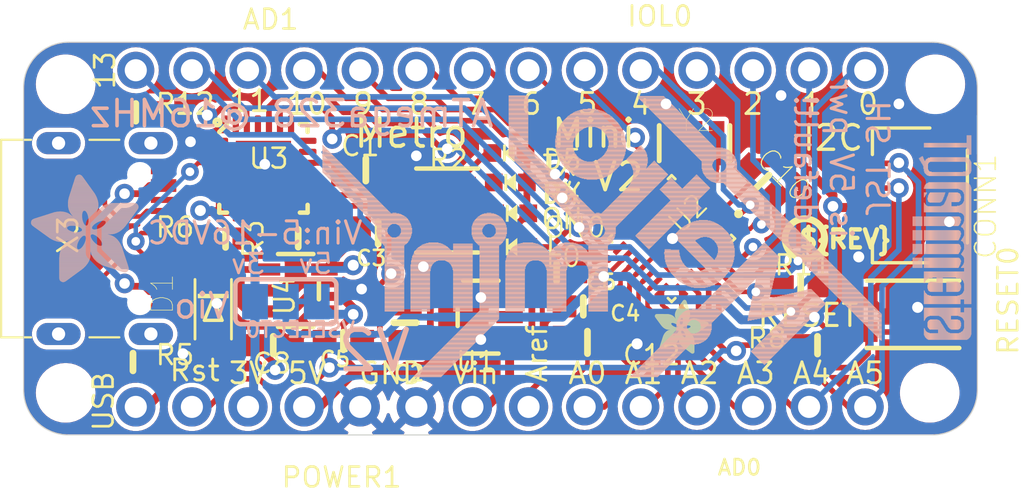
<source format=kicad_pcb>
(kicad_pcb (version 20221018) (generator pcbnew)
  (layers (0 "F.Cu" signal) (31 "B.Cu" signal) (34 "B.Paste" user) (35 "F.Paste" user) (36 "B.SilkS" user "B.Silkscreen") (37 "F.SilkS" user "F.Silkscreen") (38 "B.Mask" user) (39 "F.Mask" user) (44 "Edge.Cuts" user))
  (net 0 "")
  (net 1 "+5V")
  (net 2 "GND")
  (net 3 "AREF")
  (net 4 "RESET")
  (net 5 "VIN")
  (net 6 "SCK")
  (net 7 "MOSI")
  (net 8 "SS")
  (net 9 "DTR")
  (net 10 "XTAL2")
  (net 11 "XTAL1")
  (net 12 "AD0")
  (net 13 "AD1")
  (net 14 "AD2")
  (net 15 "AD3")
  (net 16 "AD4/SDA")
  (net 17 "AD5/SCL")
  (net 18 "IO2")
  (net 19 "IO0")
  (net 20 "IO3")
  (net 21 "IO4")
  (net 22 "IO5")
  (net 23 "IO6")
  (net 24 "IO7")
  (net 25 "IO8")
  (net 26 "IO9")
  (net 27 "3.3V")
  (net 28 "RXD")
  (net 29 "TXD")
  (net 30 "VBUS")
  (net 31 "N$3")
  (net 32 "VCCIO")
  (net 33 "MISO")
  (net 34 "N$1")
  (net 35 "N$12")
  (net 36 "N$15")
  (net 37 "N$6")
  (net 38 "N$7")
  (net 39 "N$4")
  (net 40 "N$2")
  (net 41 "D+")
  (net 42 "D-")
  (net 43 "N$5")
  (net 44 "N$9")
  (net 45 "VBUS_DETECT")
  (footprint "working:SOD-123FL" (layer "F.Cu") (at 135.4963 108.204 -90)
    (fp_text reference "D1")
    (fp_text value "MBR120")
  )
  (footprint "working:1X06_ROUND" (layer "F.Cu") (at 158.6611 112.6236)
    (fp_text reference "AD0")
    (fp_text value "20609")
  )
  (footprint "" (layer "F.Cu") (at 167.9321 111.9886)
    (fp_text reference "@HOLE3" hide)
    (fp_text value "")
  )
  (footprint "working:0603-NO" (layer "F.Cu") (at 162.0901 107.1626)
    (fp_text reference "R11")
    (fp_text value "1K")
  )
  (footprint "working:0805-NO" (layer "F.Cu") (at 142.4051 101.8921)
    (fp_text reference "C1")
    (fp_text value "10uF")
  )
  (footprint "working:PCBFEAT-REV-040" (layer "F.Cu") (at 162.2806 105.0036)
    (fp_text reference "U$4" hide)
    (fp_text value "" hide)
  )
  (footprint "working:0805-NO" (layer "F.Cu") (at 144.1831 108.8136 -90)
    (fp_text reference "C2")
    (fp_text value "10uF")
  )
  (footprint "working:QFN24_4MM_SMSC" (layer "F.Cu") (at 137.7696 101.8286)
    (fp_text reference "U3")
    (fp_text value "CP210x")
  )
  (footprint "working:SOT23-5" (layer "F.Cu") (at 139.2301 107.3531 -90)
    (fp_text reference "U4")
    (fp_text value "AP2112K-3.3")
  )
  (footprint "" (layer "F.Cu") (at 168.1861 98.0186)
    (fp_text reference "@HOLE2" hide)
    (fp_text value "")
  )
  (footprint "working:RESPACK_4X0603" (layer "F.Cu") (at 146.0881 103.7336 -90)
    (fp_text reference "R2")
    (fp_text value "4.7K")
  )
  (footprint "" (layer "F.Cu") (at 128.8161 111.9886)
    (fp_text reference "@HOLE1" hide)
    (fp_text value "")
  )
  (footprint "working:0603-NO" (layer "F.Cu") (at 162.8521 109.8296)
    (fp_text reference "R8")
    (fp_text value "10K")
  )
  (footprint "working:0603-NO" (layer "F.Cu") (at 152.249468 108.073391)
    (fp_text reference "C4")
    (fp_text value "0.1uF")
  )
  (footprint "working:JST_SH4" (layer "F.Cu") (at 167.5511 103.0986 90)
    (fp_text reference "CONN1")
    (fp_text value "STEMMA_I2C_QT" hide)
  )
  (footprint "working:0805-NO" (layer "F.Cu") (at 152.4381 109.7026)
    (fp_text reference "C12")
    (fp_text value "10uF")
  )
  (footprint "working:0603-NO" (layer "F.Cu") (at 131.9911 99.2886 180)
    (fp_text reference "R1")
    (fp_text value "5.1K")
  )
  (footprint "working:QFN28_4MM_.45MM" (layer "F.Cu") (at 156.2481 105.0036 -135)
    (fp_text reference "U2")
    (fp_text value "ATMEGA328P")
  )
  (footprint "working:USB_C_CUSB31-CFM2AX-01-X" (layer "F.Cu") (at 129.7051 105.0036 -90)
    (fp_text reference "X3")
    (fp_text value "USB C")
  )
  (footprint "working:CHIPLED_0603_NOOUTLINE" (layer "F.Cu") (at 148.9456 102.4636 90)
    (fp_text reference "D4")
    (fp_text value "YELLOW")
  )
  (footprint "working:BTN_KMR2_4.6X2.8" (layer "F.Cu") (at 167.1701 108.4326)
    (fp_text reference "RESET0")
    (fp_text value "KMR2")
  )
  (footprint "working:0603-NO" (layer "F.Cu") (at 131.8641 110.5916 180)
    (fp_text reference "R5")
    (fp_text value "5.1K")
  )
  (footprint "" (layer "F.Cu") (at 128.8161 98.0186)
    (fp_text reference "@HOLE0" hide)
    (fp_text value "")
  )
  (footprint "working:1X06_ROUND" (layer "F.Cu") (at 138.3411 97.3836 180)
    (fp_text reference "AD1")
    (fp_text value "20609" hide)
  )
  (footprint "working:0603-NO" (layer "F.Cu") (at 138.2141 109.8296)
    (fp_text reference "C8")
    (fp_text value "0.1uF")
  )
  (footprint "working:0603-NO" (layer "F.Cu") (at 136.0551 105.0036 180)
    (fp_text reference "R6")
    (fp_text value "10K")
  )
  (footprint "working:ADAFRUIT_2.5MM" (layer "F.Cu") (at 155.4861 110.2106)
    (fp_text reference "U$5" hide)
    (fp_text value "" hide)
  )
  (footprint "working:FIDUCIAL_1MM" (layer "F.Cu") (at 128.6891 102.5906)
    (fp_text reference "FD1" hide)
    (fp_text value "FIDUCIAL_1MM" hide)
  )
  (footprint "working:CHIPLED_0603_NOOUTLINE" (layer "F.Cu") (at 149.0091 103.8606 90)
    (fp_text reference "ON0")
    (fp_text value "GREEN")
  )
  (footprint "working:0603-NO" (layer "F.Cu") (at 151.0411 106.5276)
    (fp_text reference "C6")
    (fp_text value "0.1uF")
  )
  (footprint "working:0603-NO" (layer "F.Cu") (at 160.371081 102.417379 135)
    (fp_text reference "C10")
    (fp_text value "0.1uF")
  )
  (footprint "working:FIDUCIAL_1MM" (layer "F.Cu") (at 168.9481 102.5906)
    (fp_text reference "FD2" hide)
    (fp_text value "FIDUCIAL_1MM" hide)
  )
  (footprint "working:CHIPLED_0603_NOOUTLINE" (layer "F.Cu") (at 149.0091 105.3846 90)
    (fp_text reference "L0")
    (fp_text value "RED")
  )
  (footprint "working:RESONATOR" (layer "F.Cu") (at 157.285887 100.6856)
    (fp_text reference "Y2")
    (fp_text value "CSTCE16M0V53-R0 16MHZ")
  )
  (footprint "working:1X08_ROUND_70" (layer "F.Cu") (at 140.8811 112.6236)
    (fp_text reference "POWER1")
    (fp_text value "20610" hide)
  )
  (footprint "working:1X08_ROUND" (layer "F.Cu") (at 156.1211 97.3836)
    (fp_text reference "IOL0")
    (fp_text value "20610" hide)
  )
  (footprint "working:SOT23-5" (layer "F.Cu") (at 147.6121 108.5596 90)
    (fp_text reference "U1")
    (fp_text value "MIC5225-5.0")
  )
  (footprint "working:0603-NO" (layer "F.Cu") (at 139.3444 104.9909 180)
    (fp_text reference "R3")
    (fp_text value "22K")
  )
  (footprint "working:CHIPLED_0603_NOOUTLINE" (layer "F.Cu") (at 148.8821 101.1301 90)
    (fp_text reference "D5")
    (fp_text value "YELLOW")
  )
  (footprint "working:0805-NO" (layer "F.Cu") (at 142.9639 104.7496 180)
    (fp_text reference "C3")
    (fp_text value "10uF")
  )
  (footprint "working:0603-NO" (layer "F.Cu") (at 141.3891 109.6391 180)
    (fp_text reference "C5")
    (fp_text value "0.1uF")
  )
  (footprint "working:ADAFRUIT_5MM" (layer "B.Cu") (at 132.1181 106.9721 180)
    (fp_text reference "U$10" hide)
    (fp_text value "" hide)
  )
  (footprint "working:STEMMAQT" (layer "B.Cu") (at 167.1701 109.5756 90)
    (fp_text reference "U$6" hide)
    (fp_text value "" hide)
  )
  (footprint "working:METROMINI_SILK" (layer "B.Cu") (at 165.7731 111.2901 180)
    (fp_text reference "U$7" hide)
    (fp_text value "" hide)
  )
  (footprint "working:SOLDERJUMPER_2WAY_OPEN_NOPASTE" (layer "B.Cu") (at 138.7856 107.8611)
    (fp_text reference "VSELECT0")
    (fp_text value "")
  )
  (gr_line (start 128.9431 113.8936) (end 168.0591 113.8936) (stroke (width 0.05)) (layer "Edge.Cuts"))
  (gr_arc (start 170.0911 111.8616) (mid 169.495941 113.298441) (end 168.0591 113.8936) (stroke (width 0.05)) (layer "Edge.Cuts"))
  (gr_arc (start 128.9431 113.8936) (mid 127.506259 113.298441) (end 126.9111 111.8616) (stroke (width 0.05)) (layer "Edge.Cuts"))
  (gr_line (start 126.9111 98.1456) (end 126.9111 111.8616) (stroke (width 0.05)) (layer "Edge.Cuts"))
  (gr_line (start 168.0591 96.1136) (end 128.9431 96.1136) (stroke (width 0.05)) (layer "Edge.Cuts"))
  (gr_line (start 170.0911 111.8616) (end 170.0911 98.1456) (stroke (width 0.05)) (layer "Edge.Cuts"))
  (gr_arc (start 126.9111 98.1456) (mid 127.506259 96.708759) (end 128.9431 96.1136) (stroke (width 0.05)) (layer "Edge.Cuts"))
  (gr_arc (start 168.0591 96.1136) (mid 169.495941 96.708759) (end 170.0911 98.1456) (stroke (width 0.05)) (layer "Edge.Cuts"))
  (gr_text "3v" (at 137.0711 106.1466) (layer "B.SilkS") (effects (font (size 0.89408 0.89408) (thickness 0.12192)) (justify mirror)))
  (gr_text "V2" (at 142.7861 110.0836) (layer "B.SilkS") (effects (font (size 1.78816 1.78816) (thickness 0.24384)) (justify mirror)))
  (gr_text "Vio" (at 134.9756 108.0516) (layer "B.SilkS") (effects (font (size 1.1176 1.1176) (thickness 0.1524)) (justify mirror)))
  (gr_text "ATmega328 @16MHz" (at 139.0396 99.3521) (layer "B.SilkS") (effects (font (size 1.184656 1.184656) (thickness 0.161544)) (justify mirror)))
  (gr_text "5v" (at 140.1191 106.1466) (layer "B.SilkS") (effects (font (size 0.89408 0.89408) (thickness 0.12192)) (justify mirror)))
  (gr_text "JST SH\nis 5V pwr\ndefault!" (at 163.9316 101.3841 -90) (layer "B.SilkS") (effects (font (size 1.00584 1.00584) (thickness 0.13716)) (justify mirror)))
  (gr_text "Vin:5-16VDC" (at 137.3886 104.7496) (layer "B.SilkS") (effects (font (size 1.00584 1.00584) (thickness 0.13716)) (justify mirror)))
  (gr_text "Rst" (at 134.6581 110.9726) (layer "F.SilkS") (effects (font (size 0.94996 0.94996) (thickness 0.12954))))
  (gr_text "2" (at 159.9311 98.9076) (layer "F.SilkS") (effects (font (size 0.94996 0.94996) (thickness 0.12954))))
  (gr_text "6" (at 149.8981 98.9076) (layer "F.SilkS") (effects (font (size 0.94996 0.94996) (thickness 0.12954))))
  (gr_text "1" (at 162.5981 98.9076) (layer "F.SilkS") (effects (font (size 0.94996 0.94996) (thickness 0.12954))))
  (gr_text "Aref" (at 150.1521 110.2106 90) (layer "F.SilkS") (effects (font (size 0.89408 0.89408) (thickness 0.12192))))
  (gr_text "Metro    Mini" (at 148.2471 100.2411) (layer "F.SilkS") (effects (font (size 1.251712 1.251712) (thickness 0.170688))))
  (gr_text "9" (at 142.2781 98.9076) (layer "F.SilkS") (effects (font (size 0.94996 0.94996) (thickness 0.12954))))
  (gr_text "10" (at 139.7381 98.9076) (layer "F.SilkS") (effects (font (size 0.94996 0.94996) (thickness 0.12954))))
  (gr_text "5V" (at 139.7381 111.0996) (layer "F.SilkS") (effects (font (size 0.94996 0.94996) (thickness 0.12954))))
  (gr_text "A3" (at 160.0581 111.0996) (layer "F.SilkS") (effects (font (size 0.94996 0.94996) (thickness 0.12954))))
  (gr_text "A4" (at 162.5981 111.0996) (layer "F.SilkS") (effects (font (size 0.94996 0.94996) (thickness 0.12954))))
  (gr_text "Vin" (at 147.3581 111.0996) (layer "F.SilkS") (effects (font (size 0.94996 0.94996) (thickness 0.12954))))
  (gr_text "A1" (at 154.9781 111.0996) (layer "F.SilkS") (effects (font (size 0.94996 0.94996) (thickness 0.12954))))
  (gr_text "RESET" (at 160.0581 109.0676) (layer "F.SilkS") (effects (font (size 1.00584 1.00584) (thickness 0.13716)) (justify left bottom)))
  (gr_text "A0" (at 152.4381 111.0996) (layer "F.SilkS") (effects (font (size 0.94996 0.94996) (thickness 0.12954))))
  (gr_text "USB" (at 130.5306 112.3696 90) (layer "F.SilkS") (effects (font (size 0.89408 0.89408) (thickness 0.12192))))
  (gr_text "12" (at 134.6581 98.9076) (layer "F.SilkS") (effects (font (size 0.94996 0.94996) (thickness 0.12954))))
  (gr_text "ON" (at 151.2951 104.1146) (layer "F.SilkS") (effects (font (size 0.89408 0.89408) (thickness 0.12192))))
  (gr_text "A5" (at 165.0111 111.0996) (layer "F.SilkS") (effects (font (size 0.94996 0.94996) (thickness 0.12954))))
  (gr_text "0" (at 165.1381 98.9076) (layer "F.SilkS") (effects (font (size 0.94996 0.94996) (thickness 0.12954))))
  (gr_text "13" (at 130.5941 97.3836 90) (layer "F.SilkS") (effects (font (size 0.89408 0.89408) (thickness 0.12192))))
  (gr_text "RX" (at 151.2951 102.9716) (layer "F.SilkS") (effects (font (size 0.89408 0.89408) (thickness 0.12192))))
  (gr_text "3" (at 157.3911 98.9076) (layer "F.SilkS") (effects (font (size 0.94996 0.94996) (thickness 0.12954))))
  (gr_text "I2C" (at 165.0111 99.7966) (layer "F.SilkS") (effects (font (size 1.1176 1.1176) (thickness 0.1524)) (justify right top)))
  (gr_text "7" (at 147.3581 98.9076) (layer "F.SilkS") (effects (font (size 0.94996 0.94996) (thickness 0.12954))))
  (gr_text "11" (at 137.1346 98.7806) (layer "F.SilkS") (effects (font (size 0.94996 0.94996) (thickness 0.12954))))
  (gr_text "8" (at 144.8181 98.9076) (layer "F.SilkS") (effects (font (size 0.94996 0.94996) (thickness 0.12954))))
  (gr_text "4" (at 154.8511 98.9076) (layer "F.SilkS") (effects (font (size 0.94996 0.94996) (thickness 0.12954))))
  (gr_text "GND" (at 143.5481 111.0996) (layer "F.SilkS") (effects (font (size 0.94996 0.94996) (thickness 0.12954))))
  (gr_text "A2" (at 157.5181 111.0996) (layer "F.SilkS") (effects (font (size 0.94996 0.94996) (thickness 0.12954))))
  (gr_text "5" (at 152.4381 98.9076) (layer "F.SilkS") (effects (font (size 0.94996 0.94996) (thickness 0.12954))))
  (gr_text "TX" (at 151.1681 101.7016) (layer "F.SilkS") (effects (font (size 0.89408 0.89408) (thickness 0.12192))))
  (gr_text "V2" (at 153.8351 102.2096) (layer "F.SilkS") (effects (font (size 1.251712 1.251712) (thickness 0.170688))))
  (gr_text "L" (at 150.9141 105.3211) (layer "F.SilkS") (effects (font (size 0.89408 0.89408) (thickness 0.12192))))
  (gr_text "3V" (at 137.0711 111.0996) (layer "F.SilkS") (effects (font (size 0.94996 0.94996) (thickness 0.12954))))
  (segment (start 141.3891 108.8771) (end 141.3891 110.3376) (width 0.2032) (layer "F.Cu") (net 1))
  (segment (start 141.8336 111.0996) (end 142.1511 111.0996) (width 0.4064) (layer "F.Cu") (net 1))
  (segment (start 149.6956 101.1936) (end 149.6956 102.4636) (width 0.3048) (layer "F.Cu") (net 1))
  (segment (start 136.76035 106.53435) (end 136.7282 106.5665) (width 0.3048) (layer "F.Cu") (net 1))
  (segment (start 141.8336 108.156763) (end 141.8336 108.4326) (width 0.4064) (layer "F.Cu") (net 1))
  (segment (start 144.1831 109.9541) (end 144.1831 109.7636) (width 0.4064) (layer "F.Cu") (net 1))
  (segment (start 139.080462 108.3031) (end 137.93 108.3031) (width 0.4064) (layer "F.Cu") (net 1))
  (segment (start 136.7282 106.5665) (end 135.4963 106.5665) (width 0.3048) (layer "F.Cu") (net 1))
  (segment (start 142.1511 111.0996) (end 143.0376 111.0996) (width 0.4064) (layer "F.Cu") (net 1))
  (segment (start 141.8336 111.0996) (end 140.3096 112.6236) (width 0.4064) (layer "F.Cu") (net 1))
  (segment (start 139.761862 107.6217) (end 139.080462 108.3031) (width 0.4064) (layer "F.Cu") (net 1))
  (segment (start 141.298537 107.6217) (end 141.8336 108.156763) (width 0.4064) (layer "F.Cu") (net 1))
  (segment (start 139.6111 112.6236) (end 140.3096 112.6236) (width 0.4064) (layer "F.Cu") (net 1))
  (segment (start 144.1831 109.9541) (end 143.0376 111.0996) (width 0.4064) (layer "F.Cu") (net 1))
  (segment (start 137.93 108.3031) (end 137.094 108.3031) (width 0.4064) (layer "F.Cu") (net 1))
  (segment (start 145.3261 107.1626) (end 145.3261 109.5096) (width 0.3048) (layer "F.Cu") (net 1))
  (segment (start 137.094 108.3031) (end 136.7155 107.9246) (width 0.4064) (layer "F.Cu") (net 1))
  (segment (start 149.6321 101.1301) (end 149.6956 101.1936) (width 0.3048) (layer "F.Cu") (net 1))
  (segment (start 137.93 106.4031) (end 136.8916 106.4031) (width 0.3048) (layer "F.Cu") (net 1))
  (segment (start 142.1511 111.0996) (end 141.3891 110.3376) (width 0.254) (layer "F.Cu") (net 1))
  (segment (start 141.8336 108.4326) (end 141.3891 108.8771) (width 0.3048) (layer "F.Cu") (net 1))
  (segment (start 136.7155 106.5792) (end 136.76035 106.53435) (width 0.4064) (layer "F.Cu") (net 1))
  (segment (start 149.6956 102.4636) (end 149.6956 103.7971) (width 0.3048) (layer "F.Cu") (net 1))
  (segment (start 145.3261 109.5096) (end 146.312 109.5096) (width 0.4064) (layer "F.Cu") (net 1))
  (segment (start 146.3421 106.1466) (end 145.3261 107.1626) (width 0.3048) (layer "F.Cu") (net 1))
  (segment (start 136.8916 106.4031) (end 136.76035 106.53435) (width 0.3048) (layer "F.Cu") (net 1))
  (segment (start 149.6956 103.7971) (end 149.7591 103.8606) (width 0.3048) (layer "F.Cu") (net 1))
  (segment (start 148.9456 106.1466) (end 146.3421 106.1466) (width 0.3048) (layer "F.Cu") (net 1))
  (segment (start 139.761862 107.6217) (end 141.298537 107.6217) (width 0.4064) (layer "F.Cu") (net 1))
  (segment (start 149.0091 106.0831) (end 148.9456 106.1466) (width 0.3048) (layer "F.Cu") (net 1))
  (segment (start 144.1831 109.7636) (end 144.4371 109.5096) (width 0.4064) (layer "F.Cu") (net 1))
  (segment (start 144.4371 109.5096) (end 145.3261 109.5096) (width 0.4064) (layer "F.Cu") (net 1))
  (segment (start 149.0091 104.6106) (end 149.0091 106.0831) (width 0.254) (layer "F.Cu") (net 1))
  (segment (start 149.7591 103.8606) (end 149.0091 104.6106) (width 0.3048) (layer "F.Cu") (net 1))
  (segment (start 136.7155 107.9246) (end 136.7155 106.5792) (width 0.4064) (layer "F.Cu") (net 1))
  (via (at 141.8336 108.4326) (size 0.889) (drill 0.4826) (layers "F.Cu" "B.Cu") (net 1))
  (segment (start 140.8176 108.4326) (end 141.8336 108.4326) (width 0.4064) (layer "B.Cu") (net 1))
  (segment (start 140.8176 108.4326) (end 140.2461 107.8611) (width 0.4064) (layer "B.Cu") (net 1))
  (segment (start 140.2461 107.8611) (end 140.1826 107.8611) (width 0.4064) (layer "B.Cu") (net 1))
  (segment (start 138.5951 107.3531) (end 139.3816 106.5666) (width 0.4064) (layer "F.Cu") (net 2))
  (segment (start 142.2146 107.044763) (end 142.2146 107.2896) (width 0.4064) (layer "F.Cu") (net 2))
  (segment (start 137.0196 101.0786) (end 137.7696 101.8286) (width 0.3048) (layer "F.Cu") (net 2))
  (segment (start 133.2501 108.2036) (end 133.6671 108.2036) (width 0.4064) (layer "F.Cu") (net 2))
  (segment (start 154.3431 106.9086) (end 154.3431 109.427204) (width 0.2032) (layer "F.Cu") (net 2))
  (segment (start 133.6671 108.2036) (end 134.2009 108.7374) (width 0.4064) (layer "F.Cu") (net 2))
  (segment (start 154.3431 109.427204) (end 154.685021 109.769125) (width 0.3048) (layer "F.Cu") (net 2))
  (segment (start 150.161768 106.556932) (end 149.8591 106.5666) (width 0.4064) (layer "F.Cu") (net 2))
  (segment (start 157.637562 103.614138) (end 156.2481 105.0036) (width 0.2032) (layer "F.Cu") (net 2))
  (segment (start 133.4097 101.644) (end 133.626912 101.644) (width 0.4064) (layer "F.Cu") (net 2))
  (segment (start 136.7235 108.974) (end 135.6868 107.9373) (width 0.3048) (layer "F.Cu") (net 2))
  (segment (start 135.6868 107.9373) (end 135.6614 107.9373) (width 0.3048) (layer "F.Cu") (net 2))
  (segment (start 154.858634 106.393066) (end 156.2481 105.0036) (width 0.2032) (layer "F.Cu") (net 2))
  (segment (start 142.6932 106.566163) (end 142.2146 107.044763) (width 0.4064) (layer "F.Cu") (net 2))
  (segment (start 134.4676 100.803313) (end 134.4676 100.6221) (width 0.4064) (layer "F.Cu") (net 2))
  (segment (start 138.078993 109.0041) (end 138.048893 108.974) (width 0.3048) (layer "F.Cu") (net 2))
  (segment (start 134.2009 108.7374) (end 134.2009 110.1344) (width 0.4064) (layer "F.Cu") (net 2))
  (segment (start 135.7696 101.0786) (end 137.0196 101.0786) (width 0.3048) (layer "F.Cu") (net 2))
  (segment (start 154.858634 106.393066) (end 154.3431 106.9086) (width 0.2032) (layer "F.Cu") (net 2))
  (segment (start 144.1831 107.8636) (end 144.1831 107.0991) (width 0.3048) (layer "F.Cu") (net 2))
  (segment (start 139.3816 105.8037) (end 140.1944 104.9909) (width 0.4064) (layer "F.Cu") (net 2))
  (segment (start 142.6932 106.176) (end 142.6932 106.566163) (width 0.4064) (layer "F.Cu") (net 2))
  (segment (start 133.626912 101.644) (end 134.4676 100.803313) (width 0.4064) (layer "F.Cu") (net 2))
  (segment (start 144.1831 107.0991) (end 145.0086 106.2736) (width 0.3048) (layer "F.Cu") (net 2))
  (segment (start 134.2009 110.1344) (end 134.1247 110.2106) (width 0.4064) (layer "F.Cu") (net 2))
  (segment (start 138.048893 108.974) (end 136.7235 108.974) (width 0.3048) (layer "F.Cu") (net 2))
  (segment (start 139.0641 109.8296) (end 138.2386 109.0041) (width 0.3048) (layer "F.Cu") (net 2))
  (segment (start 139.3816 105.8037) (end 139.3816 106.5666) (width 0.4064) (layer "F.Cu") (net 2))
  (segment (start 138.2386 109.0041) (end 138.078993 109.0041) (width 0.3048) (layer "F.Cu") (net 2))
  (segment (start 133.2501 101.8036) (end 133.4097 101.644) (width 0.4064) (layer "F.Cu") (net 2))
  (segment (start 135.7696 101.0786) (end 135.1146 101.0786) (width 0.3048) (layer "F.Cu") (net 2))
  (segment (start 143.9139 104.9553) (end 142.6932 106.176) (width 0.4064) (layer "F.Cu") (net 2))
  (segment (start 137.93 107.3531) (end 138.5951 107.3531) (width 0.4064) (layer "F.Cu") (net 2))
  (segment (start 150.161768 106.556932) (end 150.1911 106.5276) (width 0.4064) (layer "F.Cu") (net 2))
  (segment (start 143.9139 104.7496) (end 143.9139 104.9553) (width 0.4064) (layer "F.Cu") (net 2))
  (via (at 156.287178 105.000575) (size 0.9064) (drill 0.5) (layers "F.Cu" "B.Cu") (net 2))
  (via (at 167.385021 108.118125) (size 0.9064) (drill 0.5) (layers "F.Cu" "B.Cu") (net 2))
  (via (at 147.6121 107.6706) (size 0.889) (drill 0.4826) (layers "F.Cu" "B.Cu") (net 2))
  (via (at 154.685021 109.769125) (size 0.9064) (drill 0.5) (layers "F.Cu" "B.Cu") (net 2))
  (via (at 137.8331 101.6381) (size 0.889) (drill 0.4826) (layers "F.Cu" "B.Cu") (net 2))
  (via (at 155.9941 98.9076) (size 0.889) (drill 0.4826) (layers "F.Cu" "B.Cu") (net 2))
  (via (at 166.5351 98.9076) (size 0.889) (drill 0.4826) (layers "F.Cu" "B.Cu") (net 2))
  (via (at 142.2146 107.2896) (size 0.889) (drill 0.4826) (layers "F.Cu" "B.Cu") (net 2))
  (via (at 147.6121 109.5756) (size 0.889) (drill 0.4826) (layers "F.Cu" "B.Cu") (net 2))
  (via (at 144.6911 101.2571) (size 0.889) (drill 0.4826) (layers "F.Cu" "B.Cu") (net 2))
  (via (at 145.0086 106.2736) (size 0.889) (drill 0.4826) (layers "F.Cu" "B.Cu") (net 2))
  (via (at 164.718021 105.832125) (size 0.9064) (drill 0.5) (layers "F.Cu" "B.Cu") (net 2))
  (via (at 134.1247 110.2106) (size 0.889) (drill 0.4826) (layers "F.Cu" "B.Cu") (net 2))
  (via (at 168.8211 104.2416) (size 0.889) (drill 0.4826) (layers "F.Cu" "B.Cu") (net 2))
  (via (at 161.2011 98.5266) (size 0.889) (drill 0.4826) (layers "F.Cu" "B.Cu") (net 2))
  (via (at 135.6614 107.9373) (size 0.889) (drill 0.4826) (layers "F.Cu" "B.Cu") (net 2))
  (via (at 134.4676 100.6221) (size 0.889) (drill 0.4826) (layers "F.Cu" "B.Cu") (net 2))
  (segment (start 152.4381 108.8136) (end 152.4381 110.7186) (width 0.2032) (layer "F.Cu") (net 3))
  (segment (start 150.4061 111.3536) (end 149.7711 111.9886) (width 0.254) (layer "F.Cu") (net 3))
  (segment (start 154.540434 106.074869) (end 153.9367 106.678604) (width 0.2032) (layer "F.Cu") (net 3))
  (segment (start 149.7711 112.6236) (end 149.7711 111.9886) (width 0.254) (layer "F.Cu") (net 3))
  (segment (start 153.9367 107.082791) (end 153.099468 107.920022) (width 0.2032) (layer "F.Cu") (net 3))
  (segment (start 153.099468 108.073391) (end 153.099468 107.920022) (width 0.2032) (layer "F.Cu") (net 3))
  (segment (start 153.9367 106.678604) (end 153.9367 107.082791) (width 0.2032) (layer "F.Cu") (net 3))
  (segment (start 151.8031 111.3536) (end 150.4061 111.3536) (width 0.254) (layer "F.Cu") (net 3))
  (segment (start 152.4381 108.73476) (end 153.099468 108.073391) (width 0.254) (layer "F.Cu") (net 3))
  (segment (start 152.3111 110.8456) (end 151.8031 111.3536) (width 0.254) (layer "F.Cu") (net 3))
  (segment (start 152.4381 110.7186) (end 152.3111 110.8456) (width 0.2032) (layer "F.Cu") (net 3))
  (segment (start 152.4381 108.8136) (end 152.4381 108.73476) (width 0.254) (layer "F.Cu") (net 3))
  (segment (start 134.5311 112.6236) (end 135.2931 112.6236) (width 0.254) (layer "F.Cu") (net 4))
  (segment (start 139.106087 111.4044) (end 140.1953 111.4044) (width 0.254) (layer "F.Cu") (net 4))
  (segment (start 136.5631 111.3536) (end 137.5791 111.3536) (width 0.254) (layer "F.Cu") (net 4))
  (segment (start 157.637562 106.393066) (end 158.3817 107.137204) (width 0.2032) (layer "F.Cu") (net 4))
  (segment (start 165.1381 109.2506) (end 165.1201 109.2326) (width 0.254) (layer "F.Cu") (net 4))
  (segment (start 165.1201 109.2326) (end 169.2201 109.2326) (width 0.254) (layer "F.Cu") (net 4))
  (segment (start 159.1691 110.0836) (end 158.696962 110.0836) (width 0.254) (layer "F.Cu") (net 4))
  (segment (start 162.0021 110.6306) (end 162.2171 110.8456) (width 0.254) (layer "F.Cu") (net 4))
  (segment (start 164.5031 110.8456) (end 165.1381 110.2106) (width 0.254) (layer "F.Cu") (net 4))
  (segment (start 140.7541 110.8456) (end 140.1953 111.4044) (width 0.254) (layer "F.Cu") (net 4))
  (segment (start 140.5391 109.6391) (end 140.5391 110.6306) (width 0.254) (layer "F.Cu") (net 4))
  (segment (start 165.1381 110.2106) (end 165.1381 109.2506) (width 0.254) (layer "F.Cu") (net 4))
  (segment (start 162.0021 109.8296) (end 162.0021 110.6306) (width 0.254) (layer "F.Cu") (net 4))
  (segment (start 140.7541 110.8456) (end 140.5391 110.6306) (width 0.254) (layer "F.Cu") (net 4))
  (segment (start 162.2171 110.8456) (end 164.5031 110.8456) (width 0.254) (layer "F.Cu") (net 4))
  (segment (start 162.0021 109.8296) (end 159.4231 109.8296) (width 0.254) (layer "F.Cu") (net 4))
  (segment (start 159.1691 110.0836) (end 159.4231 109.8296) (width 0.254) (layer "F.Cu") (net 4))
  (segment (start 137.986993 111.761494) (end 138.748993 111.761494) (width 0.254) (layer "F.Cu") (net 4))
  (segment (start 158.696962 110.0836) (end 158.3817 109.768338) (width 0.254) (layer "F.Cu") (net 4))
  (segment (start 137.5791 111.3536) (end 137.986993 111.761494) (width 0.254) (layer "F.Cu") (net 4))
  (segment (start 135.2931 112.6236) (end 136.5631 111.3536) (width 0.254) (layer "F.Cu") (net 4))
  (segment (start 158.3817 107.137204) (end 158.3817 109.768338) (width 0.254) (layer "F.Cu") (net 4))
  (segment (start 138.748993 111.761494) (end 139.106087 111.4044) (width 0.254) (layer "F.Cu") (net 4))
  (via (at 140.7541 110.8456) (size 0.889) (drill 0.4826) (layers "F.Cu" "B.Cu") (net 4))
  (via (at 159.1691 110.0836) (size 0.889) (drill 0.4826) (layers "F.Cu" "B.Cu") (net 4))
  (segment (start 159.1691 110.0836) (end 158.5341 110.0836) (width 0.254) (layer "B.Cu") (net 4))
  (segment (start 158.5341 110.0836) (end 157.7721 110.8456) (width 0.254) (layer "B.Cu") (net 4))
  (segment (start 140.7541 110.8456) (end 157.7721 110.8456) (width 0.254) (layer "B.Cu") (net 4))
  (segment (start 149.922481 108.075982) (end 149.922481 109.279982) (width 0.3048) (layer "F.Cu") (net 5))
  (segment (start 151.2951 109.5096) (end 151.4881 109.7026) (width 0.4064) (layer "F.Cu") (net 5))
  (segment (start 149.4561 107.6096) (end 149.922481 108.075982) (width 0.3048) (layer "F.Cu") (net 5))
  (segment (start 148.9122 109.5096) (end 150.1521 109.5096) (width 0.4064) (layer "F.Cu") (net 5))
  (segment (start 149.922481 109.279982) (end 150.1521 109.5096) (width 0.4064) (layer "F.Cu") (net 5))
  (segment (start 148.9122 107.6096) (end 149.4561 107.6096) (width 0.3048) (layer "F.Cu") (net 5))
  (segment (start 147.2311 112.6236) (end 147.8661 112.6236) (width 0.4064) (layer "F.Cu") (net 5))
  (segment (start 148.9122 111.5775) (end 147.8661 112.6236) (width 0.4064) (layer "F.Cu") (net 5))
  (segment (start 148.9122 111.5775) (end 148.9122 109.5096) (width 0.4064) (layer "F.Cu") (net 5))
  (segment (start 150.1521 109.5096) (end 151.2951 109.5096) (width 0.4064) (layer "F.Cu") (net 5))
  (segment (start 153.253968 105.438472) (end 152.311096 104.4956) (width 0.2032) (layer "F.Cu") (net 6))
  (segment (start 152.311096 104.4956) (end 152.0571 104.4956) (width 0.2032) (layer "F.Cu") (net 6))
  (segment (start 153.90404 105.438472) (end 153.253968 105.438472) (width 0.2032) (layer "F.Cu") (net 6))
  (segment (start 151.6761 104.4956) (end 150.7871 105.3846) (width 0.254) (layer "F.Cu") (net 6))
  (segment (start 152.0571 104.4956) (end 151.6761 104.4956) (width 0.254) (layer "F.Cu") (net 6))
  (segment (start 149.7591 105.3846) (end 150.7871 105.3846) (width 0.254) (layer "F.Cu") (net 6))
  (via (at 152.0571 104.4956) (size 0.889) (drill 0.4826) (layers "F.Cu" "B.Cu") (net 6))
  (segment (start 151.4856 104.4956) (end 146.5961 99.6061) (width 0.254) (layer "B.Cu") (net 6))
  (segment (start 133.1976 98.5901) (end 131.9911 97.3836) (width 0.254) (layer "B.Cu") (net 6))
  (segment (start 152.0571 104.4956) (end 151.4856 104.4956) (width 0.254) (layer "B.Cu") (net 6))
  (segment (start 136.6266 99.6061) (end 135.6106 98.5901) (width 0.254) (layer "B.Cu") (net 6))
  (segment (start 135.6106 98.5901) (end 133.1976 98.5901) (width 0.254) (layer "B.Cu") (net 6))
  (segment (start 146.5961 99.6061) (end 136.6266 99.6061) (width 0.254) (layer "B.Cu") (net 6))
  (segment (start 150.9776 102.0826) (end 151.0411 102.1461) (width 0.254) (layer "F.Cu") (net 7))
  (segment (start 154.186603 104.250535) (end 153.855337 103.919269) (width 0.2032) (layer "F.Cu") (net 7))
  (segment (start 154.222237 104.250535) (end 154.186603 104.250535) (width 0.2032) (layer "F.Cu") (net 7))
  (segment (start 151.485603 102.146104) (end 151.0411 102.1461) (width 0.254) (layer "F.Cu") (net 7))
  (segment (start 153.855337 103.919269) (end 153.258768 103.919269) (width 0.2032) (layer "F.Cu") (net 7))
  (segment (start 153.258768 103.919269) (end 151.485603 102.146104) (width 0.2032) (layer "F.Cu") (net 7))
  (via (at 150.9776 102.0826) (size 0.889) (drill 0.4826) (layers "F.Cu" "B.Cu") (net 7))
  (segment (start 147.1676 98.5901) (end 138.2776 98.5901) (width 0.254) (layer "B.Cu") (net 7))
  (segment (start 150.9776 102.0826) (end 150.8506 102.2096) (width 0.254) (layer "B.Cu") (net 7))
  (segment (start 150.8506 102.2096) (end 150.7871 102.2096) (width 0.254) (layer "B.Cu") (net 7))
  (segment (start 150.7871 102.2096) (end 147.1676 98.5901) (width 0.254) (layer "B.Cu") (net 7))
  (segment (start 138.2776 98.5901) (end 137.0711 97.3836) (width 0.254) (layer "B.Cu") (net 7))
  (segment (start 154.0877 103.4796) (end 153.4541 103.4796) (width 0.2032) (layer "F.Cu") (net 8))
  (segment (start 153.4541 103.4796) (end 150.2791 100.3046) (width 0.2032) (layer "F.Cu") (net 8))
  (segment (start 143.1671 99.1616) (end 142.6591 98.6536) (width 0.254) (layer "F.Cu") (net 8))
  (segment (start 140.2461 97.3836) (end 139.6111 97.3836) (width 0.254) (layer "F.Cu") (net 8))
  (segment (start 148.6281 100.3046) (end 147.9931 99.6696) (width 0.254) (layer "F.Cu") (net 8))
  (segment (start 147.9931 99.6696) (end 145.8341 99.6696) (width 0.254) (layer "F.Cu") (net 8))
  (segment (start 154.540434 103.932335) (end 154.0877 103.4796) (width 0.2032) (layer "F.Cu") (net 8))
  (segment (start 150.2791 100.3046) (end 148.6281 100.3046) (width 0.2032) (layer "F.Cu") (net 8))
  (segment (start 142.6591 98.6536) (end 141.5161 98.6536) (width 0.254) (layer "F.Cu") (net 8))
  (segment (start 145.8341 99.6696) (end 145.3261 99.1616) (width 0.254) (layer "F.Cu") (net 8))
  (segment (start 145.3261 99.1616) (end 143.1671 99.1616) (width 0.254) (layer "F.Cu") (net 8))
  (segment (start 141.5161 98.6536) (end 140.2461 97.3836) (width 0.254) (layer "F.Cu") (net 8))
  (segment (start 143.0401 109.291907) (end 142.2391 109.6391) (width 0.254) (layer "F.Cu") (net 9))
  (segment (start 137.0076 99.1616) (end 137.0076 99.8166) (width 0.254) (layer "F.Cu") (net 9))
  (segment (start 137.0076 99.1616) (end 136.9441 99.0981) (width 0.254) (layer "F.Cu") (net 9))
  (segment (start 135.8646 99.0981) (end 135.5471 99.4156) (width 0.254) (layer "F.Cu") (net 9))
  (segment (start 136.9441 99.0981) (end 135.8646 99.0981) (width 0.254) (layer "F.Cu") (net 9))
  (segment (start 137.0196 99.8286) (end 137.0076 99.8166) (width 0.254) (layer "F.Cu") (net 9))
  (segment (start 135.2296 99.4156) (end 135.5471 99.4156) (width 0.254) (layer "F.Cu") (net 9))
  (segment (start 143.5481 106.5911) (end 143.0401 107.0991) (width 0.254) (layer "F.Cu") (net 9))
  (segment (start 143.0401 107.0991) (end 143.0401 109.291907) (width 0.254) (layer "F.Cu") (net 9))
  (via (at 135.2296 99.4156) (size 0.9064) (drill 0.5) (layers "F.Cu" "B.Cu") (net 9))
  (via (at 143.5481 106.5911) (size 0.889) (drill 0.4826) (layers "F.Cu" "B.Cu") (net 9))
  (segment (start 139.1031 100.3046) (end 142.1511 103.3526) (width 0.254) (layer "B.Cu") (net 9))
  (segment (start 135.2296 99.4156) (end 135.3566 99.4156) (width 0.254) (layer "B.Cu") (net 9))
  (segment (start 143.2306 106.2736) (end 143.5481 106.5911) (width 0.254) (layer "B.Cu") (net 9))
  (segment (start 143.2306 105.0671) (end 142.1511 103.9876) (width 0.254) (layer "B.Cu") (net 9))
  (segment (start 142.1511 103.3526) (end 142.1511 103.9876) (width 0.254) (layer "B.Cu") (net 9))
  (segment (start 143.2306 105.0671) (end 143.2306 106.2736) (width 0.254) (layer "B.Cu") (net 9))
  (segment (start 136.2456 100.3046) (end 135.3566 99.4156) (width 0.254) (layer "B.Cu") (net 9))
  (segment (start 136.2456 100.3046) (end 139.1031 100.3046) (width 0.254) (layer "B.Cu") (net 9))
  (segment (start 157.001165 102.942107) (end 157.001165 102.977741) (width 0.2032) (layer "F.Cu") (net 10))
  (segment (start 157.009028 102.010079) (end 157.332434 102.333485) (width 0.2032) (layer "F.Cu") (net 10))
  (segment (start 156.285887 100.6856) (end 156.285887 101.844988) (width 0.254) (layer "F.Cu") (net 10))
  (segment (start 156.285887 101.844988) (end 156.450978 102.010079) (width 0.2032) (layer "F.Cu") (net 10))
  (segment (start 157.332434 102.610838) (end 157.001165 102.942107) (width 0.2032) (layer "F.Cu") (net 10))
  (segment (start 156.450978 102.010079) (end 157.009028 102.010079) (width 0.2032) (layer "F.Cu") (net 10))
  (segment (start 157.332434 102.333485) (end 157.332434 102.610838) (width 0.2032) (layer "F.Cu") (net 10))
  (segment (start 158.285887 102.329416) (end 158.285887 101.833044) (width 0.2032) (layer "F.Cu") (net 11))
  (segment (start 157.319365 103.295938) (end 158.285887 102.329416) (width 0.2032) (layer "F.Cu") (net 11))
  (segment (start 158.285887 101.833044) (end 158.285887 100.6856) (width 0.254) (layer "F.Cu") (net 11))
  (segment (start 155.6131 109.311369) (end 155.6131 110.7186) (width 0.254) (layer "F.Cu") (net 12))
  (segment (start 155.6131 110.7186) (end 154.8765 111.4552) (width 0.254) (layer "F.Cu") (net 12))
  (segment (start 154.7495 107.138597) (end 154.7495 108.447769) (width 0.2032) (layer "F.Cu") (net 12))
  (segment (start 153.198731 112.6236) (end 152.3111 112.6236) (width 0.254) (layer "F.Cu") (net 12))
  (segment (start 155.176831 106.711266) (end 154.7495 107.138597) (width 0.2032) (layer "F.Cu") (net 12))
  (segment (start 154.367131 111.4552) (end 153.198731 112.6236) (width 0.254) (layer "F.Cu") (net 12))
  (segment (start 154.8765 111.4552) (end 154.367131 111.4552) (width 0.254) (layer "F.Cu") (net 12))
  (segment (start 154.7495 108.447769) (end 155.6131 109.311369) (width 0.2032) (layer "F.Cu") (net 12))
  (segment (start 156.077834 111.650866) (end 155.1051 112.6236) (width 0.254) (layer "F.Cu") (net 13))
  (segment (start 156.077834 109.024335) (end 156.077834 111.650866) (width 0.254) (layer "F.Cu") (net 13))
  (segment (start 155.495031 107.029463) (end 155.1559 107.368594) (width 0.2032) (layer "F.Cu") (net 13))
  (segment (start 155.1559 108.1024) (end 156.077834 109.024335) (width 0.2032) (layer "F.Cu") (net 13))
  (segment (start 155.1559 107.368594) (end 155.1559 108.1024) (width 0.2032) (layer "F.Cu") (net 13))
  (segment (start 155.1051 112.6236) (end 154.8511 112.6236) (width 0.254) (layer "F.Cu") (net 13))
  (segment (start 157.3911 112.6236) (end 157.287125 112.6236) (width 0.254) (layer "F.Cu") (net 14))
  (segment (start 155.9941 108.1786) (end 156.535037 108.719538) (width 0.254) (layer "F.Cu") (net 14))
  (segment (start 157.287125 112.6236) (end 156.535037 111.871513) (width 0.254) (layer "F.Cu") (net 14))
  (segment (start 156.535037 108.719538) (end 156.535037 111.871513) (width 0.254) (layer "F.Cu") (net 14))
  (segment (start 155.813228 107.997729) (end 155.9941 108.1786) (width 0.2032) (layer "F.Cu") (net 14))
  (segment (start 155.813228 107.34766) (end 155.813228 107.997729) (width 0.2032) (layer "F.Cu") (net 14))
  (segment (start 157.0101 108.436791) (end 157.0101 110.5281) (width 0.254) (layer "F.Cu") (net 15))
  (segment (start 157.0101 108.436791) (end 156.682968 108.10966) (width 0.2032) (layer "F.Cu") (net 15))
  (segment (start 159.1056 112.6236) (end 157.0101 110.5281) (width 0.254) (layer "F.Cu") (net 15))
  (segment (start 156.682968 107.34766) (end 156.682968 108.10966) (width 0.2032) (layer "F.Cu") (net 15))
  (segment (start 159.9311 112.6236) (end 159.1056 112.6236) (width 0.254) (layer "F.Cu") (net 15))
  (segment (start 161.7091 112.6236) (end 162.4711 112.6236) (width 0.254) (layer "F.Cu") (net 16))
  (segment (start 157.4673 107.495597) (end 157.4673 110.2741) (width 0.254) (layer "F.Cu") (net 16))
  (segment (start 158.6103 111.4171) (end 160.5026 111.4171) (width 0.254) (layer "F.Cu") (net 16))
  (segment (start 157.4673 110.2741) (end 158.6103 111.4171) (width 0.254) (layer "F.Cu") (net 16))
  (segment (start 161.7091 112.6236) (end 160.5026 111.4171) (width 0.254) (layer "F.Cu") (net 16))
  (segment (start 157.001165 107.029463) (end 157.4673 107.495597) (width 0.2032) (layer "F.Cu") (net 16))
  (segment (start 166.5351 102.7176) (end 165.1561 102.7176) (width 0.254) (layer "F.Cu") (net 16))
  (segment (start 165.1561 102.7176) (end 165.0371 102.5986) (width 0.254) (layer "F.Cu") (net 16))
  (via (at 166.5351 102.7176) (size 0.889) (drill 0.4826) (layers "F.Cu" "B.Cu") (net 16))
  (segment (start 166.5351 105.5116) (end 166.5351 102.7176) (width 0.254) (layer "B.Cu") (net 16))
  (segment (start 162.4711 112.6236) (end 165.2651 109.8296) (width 0.254) (layer "B.Cu") (net 16))
  (segment (start 165.2651 106.7816) (end 165.2651 109.8296) (width 0.254) (layer "B.Cu") (net 16))
  (segment (start 165.2651 106.7816) (end 166.5351 105.5116) (width 0.254) (layer "B.Cu") (net 16))
  (segment (start 165.0371 101.5986) (end 166.5111 101.5986) (width 0.254) (layer "F.Cu") (net 17))
  (segment (start 164.2491 112.6236) (end 165.0111 112.6236) (width 0.254) (layer "F.Cu") (net 17))
  (segment (start 163.0807 111.4552) (end 164.2491 112.6236) (width 0.254) (layer "F.Cu") (net 17))
  (segment (start 160.691981 110.8964) (end 161.250781 111.4552) (width 0.254) (layer "F.Cu") (net 17))
  (segment (start 157.319365 106.711266) (end 157.9245 107.3164) (width 0.2032) (layer "F.Cu") (net 17))
  (segment (start 157.9245 107.3164) (end 157.9245 109.957719) (width 0.254) (layer "F.Cu") (net 17))
  (segment (start 157.9245 109.957719) (end 158.863181 110.8964) (width 0.254) (layer "F.Cu") (net 17))
  (segment (start 161.250781 111.4552) (end 163.0807 111.4552) (width 0.254) (layer "F.Cu") (net 17))
  (segment (start 166.5111 101.5986) (end 166.5351 101.5746) (width 0.254) (layer "F.Cu") (net 17))
  (segment (start 158.863181 110.8964) (end 160.691981 110.8964) (width 0.254) (layer "F.Cu") (net 17))
  (via (at 166.5351 101.5746) (size 0.889) (drill 0.4826) (layers "F.Cu" "B.Cu") (net 17))
  (segment (start 167.4241 102.4636) (end 167.4241 105.5116) (width 0.254) (layer "B.Cu") (net 17))
  (segment (start 166.5351 101.5746) (end 167.4241 102.4636) (width 0.254) (layer "B.Cu") (net 17))
  (segment (start 165.7731 107.1626) (end 165.7731 111.8616) (width 0.254) (layer "B.Cu") (net 17))
  (segment (start 167.4241 105.5116) (end 165.7731 107.1626) (width 0.254) (layer "B.Cu") (net 17))
  (segment (start 165.7731 111.8616) (end 165.0111 112.6236) (width 0.254) (layer "B.Cu") (net 17))
  (segment (start 159.506834 105.808866) (end 159.9311 105.3846) (width 0.254) (layer "F.Cu") (net 18))
  (segment (start 158.592156 105.438472) (end 158.96255 105.808866) (width 0.2032) (layer "F.Cu") (net 18))
  (segment (start 158.96255 105.808866) (end 159.506834 105.808866) (width 0.2032) (layer "F.Cu") (net 18))
  (via (at 159.9311 105.3846) (size 0.8001) (drill 0.3937) (layers "F.Cu" "B.Cu") (net 18))
  (segment (start 159.9311 101.4476) (end 159.9311 97.3836) (width 0.254) (layer "B.Cu") (net 18))
  (segment (start 160.4391 105.3846) (end 161.0741 104.7496) (width 0.254) (layer "B.Cu") (net 18))
  (segment (start 161.0741 104.7496) (end 161.0741 102.5906) (width 0.254) (layer "B.Cu") (net 18))
  (segment (start 159.9311 105.3846) (end 160.4391 105.3846) (width 0.254) (layer "B.Cu") (net 18))
  (segment (start 161.0741 102.5906) (end 159.9311 101.4476) (width 0.254) (layer "B.Cu") (net 18))
  (segment (start 161.2401 107.1626) (end 160.9861 107.4166) (width 0.254) (layer "F.Cu") (net 19))
  (segment (start 160.0581 107.4166) (end 160.9861 107.4166) (width 0.254) (layer "F.Cu") (net 19))
  (segment (start 160.0581 107.4166) (end 159.721756 107.4166) (width 0.254) (layer "F.Cu") (net 19))
  (segment (start 157.955762 106.074869) (end 159.297493 107.4166) (width 0.2032) (layer "F.Cu") (net 19))
  (segment (start 159.297493 107.4166) (end 159.721756 107.4166) (width 0.2032) (layer "F.Cu") (net 19))
  (via (at 160.0581 107.4166) (size 0.8001) (drill 0.3937) (layers "F.Cu" "B.Cu") (net 19))
  (segment (start 161.8361 107.4166) (end 162.7251 106.5276) (width 0.254) (layer "B.Cu") (net 19))
  (segment (start 162.7251 106.5276) (end 162.7251 99.1616) (width 0.254) (layer "B.Cu") (net 19))
  (segment (start 165.0111 97.3836) (end 164.5031 97.3836) (width 0.254) (layer "B.Cu") (net 19))
  (segment (start 164.5031 97.3836) (end 162.7251 99.1616) (width 0.254) (layer "B.Cu") (net 19))
  (segment (start 160.0581 107.4166) (end 161.8361 107.4166) (width 0.254) (layer "B.Cu") (net 19))
  (segment (start 159.992975 104.3686) (end 160.3121 104.3686) (width 0.254) (layer "F.Cu") (net 20))
  (segment (start 159.792843 104.568732) (end 159.992975 104.3686) (width 0.2032) (layer "F.Cu") (net 20))
  (segment (start 158.592156 104.568732) (end 159.792843 104.568732) (width 0.2032) (layer "F.Cu") (net 20))
  (via (at 160.3121 104.3686) (size 0.8001) (drill 0.3937) (layers "F.Cu" "B.Cu") (net 20))
  (segment (start 160.5661 103.0986) (end 159.2326 101.7651) (width 0.254) (layer "B.Cu") (net 20))
  (segment (start 157.3911 97.3836) (end 157.8356 97.3836) (width 0.254) (layer "B.Cu") (net 20))
  (segment (start 160.5661 104.3686) (end 160.5661 103.0986) (width 0.254) (layer "B.Cu") (net 20))
  (segment (start 159.2326 98.7806) (end 159.2326 101.7651) (width 0.254) (layer "B.Cu") (net 20))
  (segment (start 159.2326 98.7806) (end 157.8356 97.3836) (width 0.254) (layer "B.Cu") (net 20))
  (segment (start 160.3121 104.3686) (end 160.5661 104.3686) (width 0.254) (layer "B.Cu") (net 20))
  (segment (start 158.273959 104.250535) (end 158.605228 103.919266) (width 0.2032) (layer "F.Cu") (net 21))
  (segment (start 159.5501 103.7336) (end 159.8041 103.4796) (width 0.254) (layer "F.Cu") (net 21))
  (segment (start 158.605228 103.919266) (end 159.364434 103.919266) (width 0.2032) (layer "F.Cu") (net 21))
  (segment (start 159.364434 103.919266) (end 159.5501 103.7336) (width 0.2032) (layer "F.Cu") (net 21))
  (via (at 159.8041 103.4796) (size 0.8001) (drill 0.3937) (layers "F.Cu" "B.Cu") (net 21))
  (segment (start 159.8041 103.4796) (end 159.2961 103.4796) (width 0.254) (layer "B.Cu") (net 21))
  (segment (start 154.8511 97.3836) (end 155.6131 97.3836) (width 0.254) (layer "B.Cu") (net 21))
  (segment (start 158.5976 100.3681) (end 155.6131 97.3836) (width 0.254) (layer "B.Cu") (net 21))
  (segment (start 158.5976 100.3681) (end 158.5976 102.7811) (width 0.254) (layer "B.Cu") (net 21))
  (segment (start 159.2961 103.4796) (end 158.5976 102.7811) (width 0.254) (layer "B.Cu") (net 21))
  (segment (start 154.5971 100.777863) (end 156.235712 102.416475) (width 0.2032) (layer "F.Cu") (net 22))
  (segment (start 156.235712 102.416475) (end 156.4399 102.416475) (width 0.2032) (layer "F.Cu") (net 22))
  (segment (start 154.5971 100.4316) (end 154.5971 100.777863) (width 0.2032) (layer "F.Cu") (net 22))
  (segment (start 156.682968 102.659544) (end 156.4399 102.416475) (width 0.2032) (layer "F.Cu") (net 22))
  (via (at 154.5971 100.4316) (size 0.889) (drill 0.4826) (layers "F.Cu" "B.Cu") (net 22))
  (segment (start 152.3111 97.3836) (end 152.3111 98.1456) (width 0.254) (layer "B.Cu") (net 22))
  (segment (start 154.5971 100.4316) (end 152.3111 98.1456) (width 0.254) (layer "B.Cu") (net 22))
  (segment (start 154.2161 101.6762) (end 149.9235 97.3836) (width 0.2032) (layer "F.Cu") (net 23))
  (segment (start 154.829884 101.6762) (end 154.2161 101.6762) (width 0.2032) (layer "F.Cu") (net 23))
  (segment (start 155.813228 102.659544) (end 154.829884 101.6762) (width 0.2032) (layer "F.Cu") (net 23))
  (segment (start 149.9235 97.3836) (end 149.7711 97.3836) (width 0.254) (layer "F.Cu") (net 23))
  (segment (start 154.59989 102.0826) (end 153.781312 102.0826) (width 0.2032) (layer "F.Cu") (net 24))
  (segment (start 150.352312 98.6536) (end 149.2631 98.6536) (width 0.2032) (layer "F.Cu") (net 24))
  (segment (start 155.495031 102.977741) (end 154.59989 102.0826) (width 0.2032) (layer "F.Cu") (net 24))
  (segment (start 149.2631 98.6536) (end 147.9931 97.3836) (width 0.254) (layer "F.Cu") (net 24))
  (segment (start 147.9931 97.3836) (end 147.2311 97.3836) (width 0.254) (layer "F.Cu") (net 24))
  (segment (start 153.781312 102.0826) (end 150.352312 98.6536) (width 0.2032) (layer "F.Cu") (net 24))
  (segment (start 155.176831 103.295938) (end 154.471493 102.5906) (width 0.2032) (layer "F.Cu") (net 25))
  (segment (start 149.0091 99.1616) (end 148.5011 98.6536) (width 0.254) (layer "F.Cu") (net 25))
  (segment (start 145.3261 97.3836) (end 144.6911 97.3836) (width 0.254) (layer "F.Cu") (net 25))
  (segment (start 146.5961 98.6536) (end 145.3261 97.3836) (width 0.254) (layer "F.Cu") (net 25))
  (segment (start 148.5011 98.6536) (end 146.5961 98.6536) (width 0.254) (layer "F.Cu") (net 25))
  (segment (start 153.714575 102.5906) (end 150.285575 99.1616) (width 0.2032) (layer "F.Cu") (net 25))
  (segment (start 154.471493 102.5906) (end 153.714575 102.5906) (width 0.2032) (layer "F.Cu") (net 25))
  (segment (start 150.285575 99.1616) (end 149.0091 99.1616) (width 0.2032) (layer "F.Cu") (net 25))
  (segment (start 145.5801 98.6536) (end 143.4211 98.6536) (width 0.254) (layer "F.Cu") (net 26))
  (segment (start 154.317696 103.0732) (end 153.622437 103.0732) (width 0.2032) (layer "F.Cu") (net 26))
  (segment (start 143.4211 98.6536) (end 142.1511 97.3836) (width 0.254) (layer "F.Cu") (net 26))
  (segment (start 153.622437 103.0732) (end 150.345837 99.7966) (width 0.2032) (layer "F.Cu") (net 26))
  (segment (start 154.858634 103.614138) (end 154.317696 103.0732) (width 0.2032) (layer "F.Cu") (net 26))
  (segment (start 146.0881 99.1616) (end 145.5801 98.6536) (width 0.254) (layer "F.Cu") (net 26))
  (segment (start 148.8821 99.7966) (end 148.2471 99.1616) (width 0.254) (layer "F.Cu") (net 26))
  (segment (start 150.345837 99.7966) (end 148.8821 99.7966) (width 0.2032) (layer "F.Cu") (net 26))
  (segment (start 148.2471 99.1616) (end 146.0881 99.1616) (width 0.254) (layer "F.Cu") (net 26))
  (segment (start 142.0139 104.7565) (end 141.6097 105.1607) (width 0.3048) (layer "F.Cu") (net 27))
  (segment (start 142.0139 104.7496) (end 142.0139 104.7565) (width 0.3048) (layer "F.Cu") (net 27))
  (segment (start 136.5196 103.8286) (end 135.0071 103.8286) (width 0.3048) (layer "F.Cu") (net 27))
  (segment (start 138.297356 110.698844) (end 137.428112 109.8296) (width 0.3048) (layer "F.Cu") (net 27))
  (segment (start 141.6097 105.1607) (end 141.6097 105.3236) (width 0.3048) (layer "F.Cu") (net 27))
  (segment (start 138.297356 110.952844) (end 138.297356 110.698844) (width 0.3048) (layer "F.Cu") (net 27))
  (segment (start 134.9121 103.7336) (end 135.7696 103.7336) (width 0.3048) (layer "F.Cu") (net 27))
  (segment (start 137.3641 109.8296) (end 137.428112 109.8296) (width 0.3048) (layer "F.Cu") (net 27))
  (segment (start 135.7696 103.0786) (end 135.7696 102.5786) (width 0.3048) (layer "F.Cu") (net 27))
  (segment (start 141.6097 105.3236) (end 140.5302 106.4031) (width 0.3048) (layer "F.Cu") (net 27))
  (segment (start 135.7696 103.7336) (end 135.7696 103.0786) (width 0.3048) (layer "F.Cu") (net 27))
  (segment (start 134.9121 103.7336) (end 135.0071 103.8286) (width 0.3048) (layer "F.Cu") (net 27))
  (segment (start 140.7232 106.2101) (end 140.5302 106.4031) (width 0.3048) (layer "F.Cu") (net 27))
  (segment (start 141.8336 106.2101) (end 140.7232 106.2101) (width 0.3048) (layer "F.Cu") (net 27))
  (via (at 138.297356 110.952844) (size 0.889) (drill 0.4826) (layers "F.Cu" "B.Cu") (net 27))
  (via (at 134.9121 103.7336) (size 0.9064) (drill 0.5) (layers "F.Cu" "B.Cu") (net 27))
  (via (at 141.8336 106.2101) (size 0.9064) (drill 0.5) (layers "F.Cu" "B.Cu") (net 27))
  (segment (start 137.3251 105.6386) (end 137.3251 106.4006) (width 0.4064) (layer "B.Cu") (net 27))
  (segment (start 137.3251 110.5916) (end 137.3251 112.3696) (width 0.4064) (layer "B.Cu") (net 27))
  (segment (start 137.3886 106.4006) (end 137.3886 107.8611) (width 0.4064) (layer "B.Cu") (net 27))
  (segment (start 135.4201 103.7336) (end 134.9121 103.7336) (width 0.3048) (layer "B.Cu") (net 27))
  (segment (start 141.6431 106.4006) (end 141.8336 106.2101) (width 0.3048) (layer "B.Cu") (net 27))
  (segment (start 137.686343 110.952844) (end 137.3886 110.6551) (width 0.3048) (layer "B.Cu") (net 27))
  (segment (start 137.0711 112.6236) (end 137.3251 112.3696) (width 0.4064) (layer "B.Cu") (net 27))
  (segment (start 137.3886 110.6551) (end 137.3251 110.5916) (width 0.3048) (layer "B.Cu") (net 27))
  (segment (start 137.3251 105.6386) (end 135.4201 103.7336) (width 0.4064) (layer "B.Cu") (net 27))
  (segment (start 137.3886 106.4006) (end 137.3251 106.4006) (width 0.3048) (layer "B.Cu") (net 27))
  (segment (start 138.297356 110.952844) (end 137.686343 110.952844) (width 0.3048) (layer "B.Cu") (net 27))
  (segment (start 141.6431 106.4006) (end 137.3886 106.4006) (width 0.3048) (layer "B.Cu") (net 27))
  (segment (start 137.3886 107.8611) (end 137.3886 110.6551) (width 0.4064) (layer "B.Cu") (net 27))
  (segment (start 141.3891 99.2886) (end 140.6906 98.5901) (width 0.254) (layer "F.Cu") (net 28))
  (segment (start 145.8341 100.9396) (end 146.0881 100.9396) (width 0.254) (layer "F.Cu") (net 28))
  (segment (start 162.9401 107.1626) (end 161.7336 108.3691) (width 0.254) (layer "F.Cu") (net 28))
  (segment (start 161.7336 108.3691) (end 161.7091 108.3691) (width 0.254) (layer "F.Cu") (net 28))
  (segment (start 145.8341 100.9396) (end 144.6911 99.7966) (width 0.254) (layer "F.Cu") (net 28))
  (segment (start 142.9131 99.7966) (end 144.6911 99.7966) (width 0.254) (layer "F.Cu") (net 28))
  (segment (start 138.0196 99.0386) (end 138.0196 99.8286) (width 0.254) (layer "F.Cu") (net 28))
  (segment (start 161.6456 108.3056) (end 161.7091 108.3691) (width 0.254) (layer "F.Cu") (net 28))
  (segment (start 142.9131 99.7966) (end 142.4051 99.2886) (width 0.254) (layer "F.Cu") (net 28))
  (segment (start 142.4051 99.2886) (end 141.3891 99.2886) (width 0.254) (layer "F.Cu") (net 28))
  (segment (start 140.6906 98.5901) (end 138.4681 98.5901) (width 0.254) (layer "F.Cu") (net 28))
  (segment (start 138.4681 98.5901) (end 138.0196 99.0386) (width 0.254) (layer "F.Cu") (net 28))
  (via (at 161.6456 108.3056) (size 0.8001) (drill 0.3937) (layers "F.Cu" "B.Cu") (net 28))
  (via (at 146.0881 100.9396) (size 0.889) (drill 0.4826) (layers "F.Cu" "B.Cu") (net 28))
  (segment (start 161.48685 108.14685) (end 161.6456 108.3056) (width 0.254) (layer "B.Cu") (net 28))
  (segment (start 159.628618 108.14685) (end 161.48685 108.14685) (width 0.254) (layer "B.Cu") (net 28))
  (segment (start 154.204518 105.8926) (end 155.550712 107.238794) (width 0.254) (layer "B.Cu") (net 28))
  (segment (start 146.5326 100.9396) (end 146.0881 100.9396) (width 0.254) (layer "B.Cu") (net 28))
  (segment (start 146.5326 100.9396) (end 151.4856 105.8926) (width 0.254) (layer "B.Cu") (net 28))
  (segment (start 155.8671 107.2388) (end 158.720568 107.2388) (width 0.254) (layer "B.Cu") (net 28))
  (segment (start 158.720568 107.2388) (end 159.628618 108.14685) (width 0.254) (layer "B.Cu") (net 28))
  (segment (start 155.867093 107.238794) (end 155.8671 107.2388) (width 0.254) (layer "B.Cu") (net 28))
  (segment (start 155.550712 107.238794) (end 155.867093 107.238794) (width 0.254) (layer "B.Cu") (net 28))
  (segment (start 151.4856 105.8926) (end 154.204518 105.8926) (width 0.254) (layer "B.Cu") (net 28))
  (segment (start 138.5196 99.2371) (end 138.5196 99.8286) (width 0.254) (layer "F.Cu") (net 29))
  (segment (start 140.8811 99.5426) (end 140.8811 100.4951) (width 0.254) (layer "F.Cu") (net 29))
  (segment (start 161.7091 106.2736) (end 161.9631 106.0196) (width 0.254) (layer "F.Cu") (net 29))
  (segment (start 138.6586 99.0981) (end 138.5196 99.2371) (width 0.254) (layer "F.Cu") (net 29))
  (segment (start 161.7091 106.2736) (end 160.4391 106.2736) (width 0.254) (layer "F.Cu") (net 29))
  (segment (start 140.4366 99.0981) (end 138.6586 99.0981) (width 0.254) (layer "F.Cu") (net 29))
  (segment (start 159.17189 106.6546) (end 159.539868 106.6546) (width 0.2032) (layer "F.Cu") (net 29))
  (segment (start 160.4391 106.2736) (end 160.0581 106.6546) (width 0.254) (layer "F.Cu") (net 29))
  (segment (start 159.539868 106.6546) (end 160.0581 106.6546) (width 0.254) (layer "F.Cu") (net 29))
  (segment (start 158.273959 105.756669) (end 159.17189 106.6546) (width 0.2032) (layer "F.Cu") (net 29))
  (segment (start 140.8811 99.5426) (end 140.4366 99.0981) (width 0.254) (layer "F.Cu") (net 29))
  (via (at 140.8811 100.4951) (size 0.889) (drill 0.4826) (layers "F.Cu" "B.Cu") (net 29))
  (via (at 161.9631 106.0196) (size 0.8001) (drill 0.3937) (layers "F.Cu" "B.Cu") (net 29))
  (segment (start 151.6761 105.3846) (end 154.3431 105.3846) (width 0.254) (layer "B.Cu") (net 29))
  (segment (start 140.8811 100.4951) (end 141.2621 100.1141) (width 0.254) (layer "B.Cu") (net 29))
  (segment (start 162.2171 105.8926) (end 162.0901 106.0196) (width 0.254) (layer "B.Cu") (net 29))
  (segment (start 162.4711 98.5266) (end 162.2171 98.7806) (width 0.254) (layer "B.Cu") (net 29))
  (segment (start 146.4056 100.1141) (end 151.6761 105.3846) (width 0.254) (layer "B.Cu") (net 29))
  (segment (start 161.9631 106.0196) (end 162.0901 106.0196) (width 0.254) (layer "B.Cu") (net 29))
  (segment (start 162.2171 98.7806) (end 162.2171 105.8926) (width 0.254) (layer "B.Cu") (net 29))
  (segment (start 162.4711 97.3836) (end 162.4711 98.5266) (width 0.254) (layer "B.Cu") (net 29))
  (segment (start 155.613096 106.654597) (end 161.4551 106.6546) (width 0.254) (layer "B.Cu") (net 29))
  (segment (start 154.3431 105.3846) (end 155.613096 106.654597) (width 0.254) (layer "B.Cu") (net 29))
  (segment (start 161.9631 106.1466) (end 161.4551 106.6546) (width 0.254) (layer "B.Cu") (net 29))
  (segment (start 161.9631 106.0196) (end 161.9631 106.1466) (width 0.254) (layer "B.Cu") (net 29))
  (segment (start 141.2621 100.1141) (end 146.4056 100.1141) (width 0.254) (layer "B.Cu") (net 29))
  (segment (start 131.6101 107.1626) (end 131.4831 107.0356) (width 0.3048) (layer "F.Cu") (net 30))
  (segment (start 133.2501 107.4036) (end 132.6131 107.4036) (width 0.3048) (layer "F.Cu") (net 30))
  (segment (start 133.8326 111.2901) (end 132.4991 112.6236) (width 0.4064) (layer "F.Cu") (net 30))
  (segment (start 135.4963 110.349497) (end 134.555687 111.2901) (width 0.4064) (layer "F.Cu") (net 30))
  (segment (start 134.1371 107.5306) (end 133.8851 107.5306) (width 0.3048) (layer "F.Cu") (net 30))
  (segment (start 131.4831 102.9716) (end 132.2451 102.9716) (width 0.3048) (layer "F.Cu") (net 30))
  (segment (start 135.2051 105.2186) (end 134.18185 106.24185) (width 0.3048) (layer "F.Cu") (net 30))
  (segment (start 133.2501 107.4036) (end 133.7581 107.4036) (width 0.3048) (layer "F.Cu") (net 30))
  (segment (start 135.4963 109.8415) (end 135.4963 110.349497) (width 0.4064) (layer "F.Cu") (net 30))
  (segment (start 135.2051 105.0036) (end 135.2051 105.2186) (width 0.3048) (layer "F.Cu") (net 30))
  (segment (start 132.2451 102.9716) (end 132.6131 102.6036) (width 0.3048) (layer "F.Cu") (net 30))
  (segment (start 131.9911 112.6236) (end 132.4991 112.6236) (width 0.4064) (layer "F.Cu") (net 30))
  (segment (start 132.3721 107.1626) (end 131.6101 107.1626) (width 0.3048) (layer "F.Cu") (net 30))
  (segment (start 134.1371 107.5306) (end 134.18185 107.57535) (width 0.3048) (layer "F.Cu") (net 30))
  (segment (start 132.6131 102.6036) (end 133.2501 102.6036) (width 0.3048) (layer "F.Cu") (net 30))
  (segment (start 134.18185 106.24185) (end 134.18185 107.57535) (width 0.3048) (layer "F.Cu") (net 30))
  (segment (start 132.6131 107.4036) (end 132.3721 107.1626) (width 0.3048) (layer "F.Cu") (net 30))
  (segment (start 134.8486 108.2421) (end 134.8486 109.1938) (width 0.3048) (layer "F.Cu") (net 30))
  (segment (start 133.8851 107.5306) (end 133.7581 107.4036) (width 0.3048) (layer "F.Cu") (net 30))
  (segment (start 134.18185 107.57535) (end 134.8486 108.2421) (width 0.3048) (layer "F.Cu") (net 30))
  (segment (start 134.555687 111.2901) (end 133.8326 111.2901) (width 0.4064) (layer "F.Cu") (net 30))
  (segment (start 134.8486 109.1938) (end 135.4963 109.8415) (width 0.3048) (layer "F.Cu") (net 30))
  (via (at 131.4831 102.9716) (size 0.889) (drill 0.4826) (layers "F.Cu" "B.Cu") (net 30))
  (via (at 131.4831 107.0356) (size 0.889) (drill 0.4826) (layers "F.Cu" "B.Cu") (net 30))
  (segment (start 130.0861 104.3686) (end 131.4831 102.9716) (width 0.3048) (layer "B.Cu") (net 30))
  (segment (start 130.0861 104.3686) (end 130.0861 105.6386) (width 0.3048) (layer "B.Cu") (net 30))
  (segment (start 131.4831 107.0356) (end 130.0861 105.6386) (width 0.3048) (layer "B.Cu") (net 30))
  (segment (start 148.2591 103.8606) (end 147.9731 103.8606) (width 0.254) (layer "F.Cu") (net 31))
  (segment (start 146.9381 104.1336) (end 147.7001 104.1336) (width 0.254) (layer "F.Cu") (net 31))
  (segment (start 147.9731 103.8606) (end 147.7001 104.1336) (width 0.254) (layer "F.Cu") (net 31))
  (segment (start 153.019831 106.5276) (end 153.210331 106.7181) (width 0.3048) (layer "F.Cu") (net 32))
  (segment (start 157.955762 103.932335) (end 158.408496 103.4796) (width 0.2032) (layer "F.Cu") (net 32))
  (segment (start 153.019831 106.5276) (end 152.829331 106.5276) (width 0.254) (layer "F.Cu") (net 32))
  (segment (start 163.5506 103.0351) (end 162.0901 101.5746) (width 0.4064) (layer "F.Cu") (net 32))
  (segment (start 154.222237 105.756669) (end 153.451306 106.5276) (width 0.2032) (layer "F.Cu") (net 32))
  (segment (start 159.770037 101.816338) (end 160.011775 101.5746) (width 0.4064) (layer "F.Cu") (net 32))
  (segment (start 151.8911 106.5276) (end 152.829331 106.5276) (width 0.3048) (layer "F.Cu") (net 32))
  (segment (start 159.770037 102.51685) (end 159.770037 101.816338) (width 0.2032) (layer "F.Cu") (net 32))
  (segment (start 163.7021 109.8296) (end 163.7021 109.5493) (width 0.254) (layer "F.Cu") (net 32))
  (segment (start 163.6061 103.5986) (end 165.0371 103.5986) (width 0.4064) (layer "F.Cu") (net 32))
  (segment (start 158.807287 103.4796) (end 159.770037 102.51685) (width 0.2032) (layer "F.Cu") (net 32))
  (segment (start 160.011775 101.5746) (end 162.0901 101.5746) (width 0.4064) (layer "F.Cu") (net 32))
  (segment (start 163.5506 103.5431) (end 163.6061 103.5986) (width 0.4064) (layer "F.Cu") (net 32))
  (segment (start 153.210331 106.7181) (end 153.1747 106.7181) (width 0.254) (layer "F.Cu") (net 32))
  (segment (start 163.7021 109.5493) (end 162.7124 108.5596) (width 0.254) (layer "F.Cu") (net 32))
  (segment (start 163.5506 103.0351) (end 163.5506 103.5431) (width 0.4064) (layer "F.Cu") (net 32))
  (segment (start 158.408496 103.4796) (end 158.807287 103.4796) (width 0.2032) (layer "F.Cu") (net 32))
  (segment (start 153.451306 106.5276) (end 153.019831 106.5276) (width 0.254) (layer "F.Cu") (net 32))
  (via (at 162.7124 108.5596) (size 0.889) (drill 0.4826) (layers "F.Cu" "B.Cu") (net 32))
  (via (at 153.1747 106.7181) (size 0.889) (drill 0.4826) (layers "F.Cu" "B.Cu") (net 32))
  (via (at 163.5506 103.5431) (size 0.889) (drill 0.4826) (layers "F.Cu" "B.Cu") (net 32))
  (segment (start 138.7856 107.8611) (end 138.7856 109.0041) (width 0.3048) (layer "B.Cu") (net 32))
  (segment (start 162.7124 108.5723) (end 162.17265 109.11205) (width 0.4064) (layer "B.Cu") (net 32))
  (segment (start 162.7124 108.5596) (end 162.7124 108.5088) (width 0.254) (layer "B.Cu") (net 32))
  (segment (start 155.329775 107.7722) (end 158.499625 107.7722) (width 0.4064) (layer "B.Cu") (net 32))
  (segment (start 138.7856 109.0041) (end 139.1158 109.3343) (width 0.3048) (layer "B.Cu") (net 32))
  (segment (start 162.7124 108.5596) (end 162.7124 108.5723) (width 0.4064) (layer "B.Cu") (net 32))
  (segment (start 158.499625 107.7722) (end 159.407675 108.68025) (width 0.4064) (layer "B.Cu") (net 32))
  (segment (start 139.1158 109.3343) (end 143.3449 109.3343) (width 0.3048) (layer "B.Cu") (net 32))
  (segment (start 153.1747 106.7181) (end 154.275675 106.7181) (width 0.4064) (layer "B.Cu") (net 32))
  (segment (start 161.248056 109.11205) (end 162.17265 109.11205) (width 0.4064) (layer "B.Cu") (net 32))
  (segment (start 162.7124 108.5088) (end 163.5506 107.6706) (width 0.4064) (layer "B.Cu") (net 32))
  (segment (start 153.1747 106.7181) (end 153.1366 106.7181) (width 0.4064) (layer "B.Cu") (net 32))
  (segment (start 153.1366 106.7181) (end 151.2951 108.5596) (width 0.4064) (layer "B.Cu") (net 32))
  (segment (start 144.1196 108.5596) (end 145.5801 108.5596) (width 0.3048) (layer "B.Cu") (net 32))
  (segment (start 151.2951 108.5596) (end 145.5801 108.5596) (width 0.4064) (layer "B.Cu") (net 32))
  (segment (start 143.3449 109.3343) (end 144.1196 108.5596) (width 0.3048) (layer "B.Cu") (net 32))
  (segment (start 159.407675 108.68025) (end 160.816256 108.68025) (width 0.4064) (layer "B.Cu") (net 32))
  (segment (start 154.275675 106.7181) (end 155.329775 107.7722) (width 0.4064) (layer "B.Cu") (net 32))
  (segment (start 160.816256 108.68025) (end 161.248056 109.11205) (width 0.4064) (layer "B.Cu") (net 32))
  (segment (start 163.5506 107.6706) (end 163.5506 103.5431) (width 0.4064) (layer "B.Cu") (net 32))
  (segment (start 151.868221 103.1621) (end 151.2951 103.1621) (width 0.254) (layer "F.Cu") (net 33))
  (segment (start 153.90404 104.568732) (end 153.274856 104.568732) (width 0.2032) (layer "F.Cu") (net 33))
  (segment (start 153.274856 104.568732) (end 151.868221 103.1621) (width 0.2032) (layer "F.Cu") (net 33))
  (via (at 151.2951 103.1621) (size 0.889) (drill 0.4826) (layers "F.Cu" "B.Cu") (net 33))
  (segment (start 151.2951 103.1621) (end 150.9141 103.1621) (width 0.254) (layer "B.Cu") (net 33))
  (segment (start 136.8806 99.0981) (end 135.1661 97.3836) (width 0.254) (layer "B.Cu") (net 33))
  (segment (start 146.8501 99.0981) (end 136.8806 99.0981) (width 0.254) (layer "B.Cu") (net 33))
  (segment (start 150.9141 103.1621) (end 146.8501 99.0981) (width 0.254) (layer "B.Cu") (net 33))
  (segment (start 135.1661 97.3836) (end 134.5311 97.3836) (width 0.254) (layer "B.Cu") (net 33))
  (segment (start 147.2891 105.3846) (end 146.9381 105.0336) (width 0.254) (layer "F.Cu") (net 34))
  (segment (start 148.2591 105.3846) (end 147.2891 105.3846) (width 0.254) (layer "F.Cu") (net 34))
  (segment (start 141.4551 101.8921) (end 141.1416 101.5786) (width 0.254) (layer "F.Cu") (net 35))
  (segment (start 141.1416 101.5786) (end 139.7696 101.5786) (width 0.254) (layer "F.Cu") (net 35))
  (segment (start 144.6031 103.3336) (end 144.4136 103.5231) (width 0.254) (layer "F.Cu") (net 36))
  (segment (start 144.4136 103.5231) (end 140.0236 103.5231) (width 0.254) (layer "F.Cu") (net 36))
  (segment (start 140.0236 103.5231) (end 139.7696 103.2691) (width 0.254) (layer "F.Cu") (net 36))
  (segment (start 144.6031 103.3336) (end 145.2381 103.3336) (width 0.254) (layer "F.Cu") (net 36))
  (segment (start 139.7696 103.0786) (end 139.7696 103.2691) (width 0.254) (layer "F.Cu") (net 36))
  (segment (start 148.1956 102.4636) (end 148.1321 102.4636) (width 0.254) (layer "F.Cu") (net 37))
  (segment (start 148.1321 102.4636) (end 147.2431 103.3526) (width 0.254) (layer "F.Cu") (net 37))
  (segment (start 147.2431 103.3336) (end 146.9381 103.3336) (width 0.254) (layer "F.Cu") (net 37))
  (segment (start 147.2431 103.3336) (end 147.2431 103.3526) (width 0.254) (layer "F.Cu") (net 37))
  (segment (start 146.9381 102.0701) (end 146.9381 102.4336) (width 0.254) (layer "F.Cu") (net 38))
  (segment (start 147.8781 101.1301) (end 146.9381 102.0701) (width 0.254) (layer "F.Cu") (net 38))
  (segment (start 148.1321 101.1301) (end 147.8781 101.1301) (width 0.254) (layer "F.Cu") (net 38))
  (segment (start 140.7341 103.0351) (end 144.1196 103.0351) (width 0.254) (layer "F.Cu") (net 39))
  (segment (start 145.2381 102.4336) (end 144.7211 102.4336) (width 0.254) (layer "F.Cu") (net 39))
  (segment (start 140.7341 103.0351) (end 140.2776 102.5786) (width 0.254) (layer "F.Cu") (net 39))
  (segment (start 139.7696 102.5786) (end 140.2776 102.5786) (width 0.254) (layer "F.Cu") (net 39))
  (segment (start 144.7211 102.4336) (end 144.1196 103.0351) (width 0.254) (layer "F.Cu") (net 39))
  (segment (start 139.0269 107.8484) (end 139.9159 107.8484) (width 0.254) (layer "B.Cu") (net 40))
  (segment (start 131.9911 105.3846) (end 131.9911 105.1306) (width 0.2032) (layer "F.Cu") (net 41))
  (segment (start 134.4422 101.9556) (end 134.4422 101.981) (width 0.2032) (layer "F.Cu") (net 41))
  (segment (start 131.9911 105.0036) (end 131.9911 105.1306) (width 0.2032) (layer "F.Cu") (net 41))
  (segment (start 133.2501 105.7536) (end 132.3601 105.7536) (width 0.2032) (layer "F.Cu") (net 41))
  (segment (start 132.3601 105.7536) (end 131.9911 105.3846) (width 0.2032) (layer "F.Cu") (net 41))
  (segment (start 135.7696 101.5786) (end 134.8192 101.5786) (width 0.2032) (layer "F.Cu") (net 41))
  (segment (start 134.8192 101.5786) (end 134.4422 101.9556) (width 0.2032) (layer "F.Cu") (net 41))
  (segment (start 132.2411 104.7536) (end 131.9911 105.0036) (width 0.2032) (layer "F.Cu") (net 41))
  (segment (start 132.2411 104.7536) (end 133.2501 104.7536) (width 0.2032) (layer "F.Cu") (net 41))
  (via (at 134.4422 101.981) (size 0.8001) (drill 0.3937) (layers "F.Cu" "B.Cu") (net 41))
  (via (at 131.9911 105.1306) (size 0.8001) (drill 0.3937) (layers "F.Cu" "B.Cu") (net 41))
  (segment (start 131.9911 104.394) (end 131.9911 105.1306) (width 0.2032) (layer "B.Cu") (net 41))
  (segment (start 134.4422 101.981) (end 134.4041 101.981) (width 0.2032) (layer "B.Cu") (net 41))
  (segment (start 134.4041 101.981) (end 131.9911 104.394) (width 0.2032) (layer "B.Cu") (net 41))
  (segment (start 134.1621 104.2536) (end 134.1621 105.2456) (width 0.2032) (layer "F.Cu") (net 42))
  (segment (start 134.1501 104.2536) (end 134.1621 104.2536) (width 0.2032) (layer "F.Cu") (net 42))
  (segment (start 134.4382 102.9756) (end 134.1501 103.2637) (width 0.2032) (layer "F.Cu") (net 42))
  (segment (start 134.1501 104.2536) (end 133.2501 104.2536) (width 0.2032) (layer "F.Cu") (net 42))
  (segment (start 135.0645 102.743) (end 134.8319 102.9756) (width 0.2032) (layer "F.Cu") (net 42))
  (segment (start 134.1621 105.2456) (end 134.1541 105.2536) (width 0.2032) (layer "F.Cu") (net 42))
  (segment (start 134.8319 102.9756) (end 134.4382 102.9756) (width 0.2032) (layer "F.Cu") (net 42))
  (segment (start 134.1541 105.2536) (end 133.2501 105.2536) (width 0.2032) (layer "F.Cu") (net 42))
  (segment (start 135.7696 102.0786) (end 135.3352 102.0786) (width 0.2032) (layer "F.Cu") (net 42))
  (segment (start 135.0645 102.3493) (end 135.0645 102.743) (width 0.2032) (layer "F.Cu") (net 42))
  (segment (start 135.3352 102.0786) (end 135.0645 102.3493) (width 0.2032) (layer "F.Cu") (net 42))
  (segment (start 134.1501 103.2637) (end 134.1501 104.2536) (width 0.2032) (layer "F.Cu") (net 42))
  (segment (start 132.2341 104.0076) (end 131.1221 104.0076) (width 0.2032) (layer "F.Cu") (net 43))
  (segment (start 133.2501 103.7536) (end 132.4881 103.7536) (width 0.2032) (layer "F.Cu") (net 43))
  (segment (start 131.1221 104.0076) (end 130.5941 103.4796) (width 0.2032) (layer "F.Cu") (net 43))
  (segment (start 130.5941 103.4796) (end 130.5941 99.8356) (width 0.2032) (layer "F.Cu") (net 43))
  (segment (start 130.5941 99.8356) (end 131.1411 99.2886) (width 0.2032) (layer "F.Cu") (net 43))
  (segment (start 132.4881 103.7536) (end 132.2341 104.0076) (width 0.2032) (layer "F.Cu") (net 43))
  (segment (start 130.8481 110.5916) (end 131.0141 110.5916) (width 0.2032) (layer "F.Cu") (net 44))
  (segment (start 131.1301 106.1186) (end 130.2131 107.0356) (width 0.2032) (layer "F.Cu") (net 44))
  (segment (start 130.2131 109.9566) (end 130.8481 110.5916) (width 0.2032) (layer "F.Cu") (net 44))
  (segment (start 130.2131 107.0356) (end 130.2131 109.9566) (width 0.2032) (layer "F.Cu") (net 44))
  (segment (start 131.97155 106.1186) (end 132.60655 106.7536) (width 0.2032) (layer "F.Cu") (net 44))
  (segment (start 131.97155 106.1186) (end 131.1301 106.1186) (width 0.2032) (layer "F.Cu") (net 44))
  (segment (start 132.60655 106.7536) (end 133.2501 106.7536) (width 0.2032) (layer "F.Cu") (net 44))
  (segment (start 137.7324 104.9909) (end 137.0196 104.2781) (width 0.2032) (layer "F.Cu") (net 45))
  (segment (start 137.7324 104.9909) (end 138.4944 104.9909) (width 0.2032) (layer "F.Cu") (net 45))
  (segment (start 137.0196 103.8286) (end 137.0196 104.2781) (width 0.2032) (layer "F.Cu") (net 45))
  (segment (start 137.0196 104.8891) (end 136.9051 105.0036) (width 0.2032) (layer "F.Cu") (net 45))
  (segment (start 137.0196 103.8286) (end 137.0196 104.8891) (width 0.2032) (layer "F.Cu") (net 45))
  (zone (net 2) (net_name "GND") (layer "F.Cu") (priority 6) (connect_pads (clearance 0.000001)) (min_thickness 0.1524) (fill yes (thermal_gap 0.3548) (thermal_bridge_width 0.3548))
    (polygon (pts (xy 170.2435 114.046) (xy 126.7587 114.046) (xy 126.7587 95.9612) (xy 170.2435 95.9612)))
  )
  (zone (net 2) (net_name "GND") (layer "B.Cu") (priority 6) (connect_pads (clearance 0.000001)) (min_thickness 0.1524) (fill yes (thermal_gap 0.3548) (thermal_bridge_width 0.3548))
    (polygon (pts (xy 170.2435 114.046) (xy 126.7587 114.046) (xy 126.7587 95.9612) (xy 170.2435 95.9612)))
  )
)
</source>
